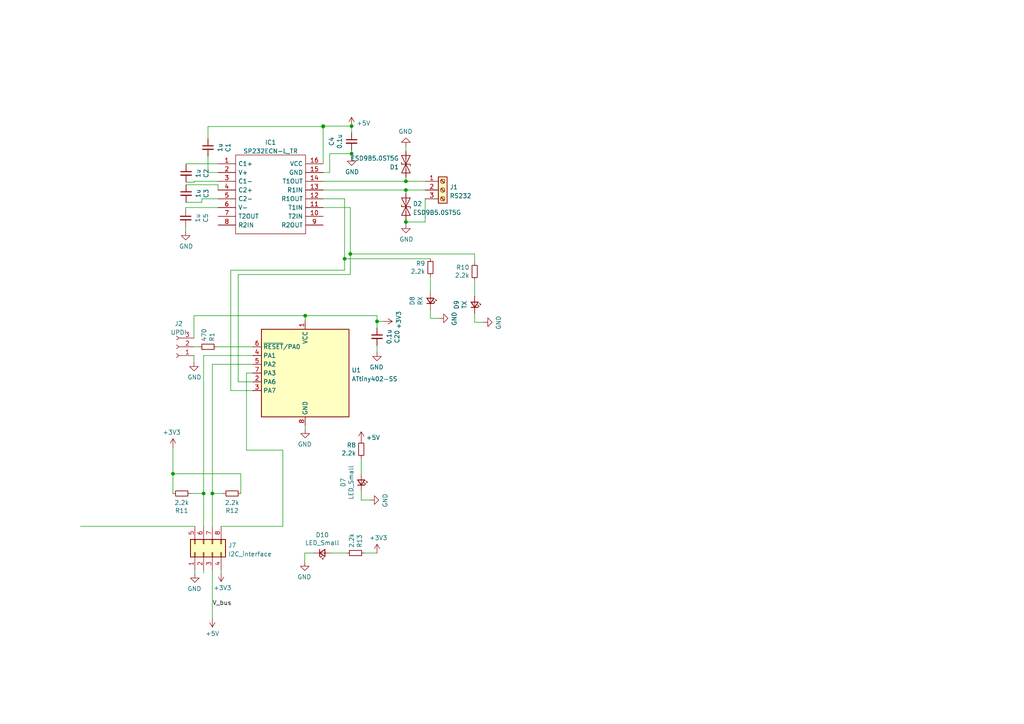
<source format=kicad_sch>
(kicad_sch (version 20211123) (generator eeschema)
  (paper "A4")
  (lib_symbols
    (symbol "Connector:Conn_01x03_Female" (pin_names (offset 1.016) hide)
      (property "Reference" "J" (at 0 5.08 0))
      (property "Value" "Conn_01x03_Female" (at 0 -5.08 0))
      (symbol "Conn_01x03_Female_1_1"
        (arc (start 0 -2.032) (mid -0.508 -2.54) (end 0 -3.048) (stroke (width 0.1524)))
        (polyline (pts (xy -1.27 -2.54) (xy -0.508 -2.54)) (stroke (width 0.1524)))
        (polyline (pts (xy -1.27 0) (xy -0.508 0)) (stroke (width 0.1524)))
        (polyline (pts (xy -1.27 2.54) (xy -0.508 2.54)) (stroke (width 0.1524)))
        (arc (start 0 0.508) (mid -0.508 0) (end 0 -0.508) (stroke (width 0.1524)))
        (arc (start 0 3.048) (mid -0.508 2.54) (end 0 2.032) (stroke (width 0.1524)))
        (pin passive line (at -5.08 2.54 0) (length 3.81) (name "Pin_1") (number "1"))
        (pin passive line (at -5.08 0 0) (length 3.81) (name "Pin_2") (number "2"))
        (pin passive line (at -5.08 -2.54 0) (length 3.81) (name "Pin_3") (number "3"))
      )
    )
    (symbol "Connector:Screw_Terminal_01x03" (pin_names (offset 1.016) hide)
      (property "Reference" "J" (at 0 5.08 0))
      (property "Value" "Screw_Terminal_01x03" (at 0 -5.08 0))
      (symbol "Screw_Terminal_01x03_1_1"
        (rectangle (start -1.27 3.81) (end 1.27 -3.81) (stroke (width 0.254)) (fill (type background)))
        (circle (center 0 -2.54) (radius 0.635) (stroke (width 0.1524)))
        (polyline (pts (xy -0.5334 -2.2098) (xy 0.3302 -3.048)) (stroke (width 0.1524)))
        (polyline (pts (xy -0.5334 0.3302) (xy 0.3302 -0.508)) (stroke (width 0.1524)))
        (polyline (pts (xy -0.5334 2.8702) (xy 0.3302 2.032)) (stroke (width 0.1524)))
        (polyline (pts (xy -0.3556 -2.032) (xy 0.508 -2.8702)) (stroke (width 0.1524)))
        (polyline (pts (xy -0.3556 0.508) (xy 0.508 -0.3302)) (stroke (width 0.1524)))
        (polyline (pts (xy -0.3556 3.048) (xy 0.508 2.2098)) (stroke (width 0.1524)))
        (circle (center 0 0) (radius 0.635) (stroke (width 0.1524)))
        (circle (center 0 2.54) (radius 0.635) (stroke (width 0.1524)))
        (pin passive line (at -5.08 2.54 0) (length 3.81) (name "Pin_1") (number "1"))
        (pin passive line (at -5.08 0 0) (length 3.81) (name "Pin_2") (number "2"))
        (pin passive line (at -5.08 -2.54 0) (length 3.81) (name "Pin_3") (number "3"))
      )
    )
    (symbol "Connector_Generic:Conn_02x04_Top_Bottom" (pin_names (offset 1.016) hide)
      (property "Reference" "J" (at 1.27 5.08 0))
      (property "Value" "Conn_02x04_Top_Bottom" (at 1.27 -7.62 0))
      (symbol "Conn_02x04_Top_Bottom_1_1"
        (rectangle (start -1.27 -4.953) (end 0 -5.207) (stroke (width 0.1524)))
        (rectangle (start -1.27 -2.413) (end 0 -2.667) (stroke (width 0.1524)))
        (rectangle (start -1.27 0.127) (end 0 -0.127) (stroke (width 0.1524)))
        (rectangle (start -1.27 2.667) (end 0 2.413) (stroke (width 0.1524)))
        (rectangle (start -1.27 3.81) (end 3.81 -6.35) (stroke (width 0.254)) (fill (type background)))
        (rectangle (start 3.81 -4.953) (end 2.54 -5.207) (stroke (width 0.1524)))
        (rectangle (start 3.81 -2.413) (end 2.54 -2.667) (stroke (width 0.1524)))
        (rectangle (start 3.81 0.127) (end 2.54 -0.127) (stroke (width 0.1524)))
        (rectangle (start 3.81 2.667) (end 2.54 2.413) (stroke (width 0.1524)))
        (pin passive line (at -5.08 2.54 0) (length 3.81) (name "Pin_1") (number "1"))
        (pin passive line (at -5.08 0 0) (length 3.81) (name "Pin_2") (number "2"))
        (pin passive line (at -5.08 -2.54 0) (length 3.81) (name "Pin_3") (number "3"))
        (pin passive line (at -5.08 -5.08 0) (length 3.81) (name "Pin_4") (number "4"))
        (pin passive line (at 7.62 2.54 180) (length 3.81) (name "Pin_5") (number "5"))
        (pin passive line (at 7.62 0 180) (length 3.81) (name "Pin_6") (number "6"))
        (pin passive line (at 7.62 -2.54 180) (length 3.81) (name "Pin_7") (number "7"))
        (pin passive line (at 7.62 -5.08 180) (length 3.81) (name "Pin_8") (number "8"))
      )
    )
    (symbol "Device:C_Small" (pin_numbers hide) (pin_names (offset 0.254) hide)
      (property "Reference" "C" (at 0.254 1.778 0))
      (property "Value" "C_Small" (at 0.254 -2.032 0))
      (symbol "C_Small_0_1"
        (polyline (pts (xy -1.524 -0.508) (xy 1.524 -0.508)) (stroke (width 0.3302)))
        (polyline (pts (xy -1.524 0.508) (xy 1.524 0.508)) (stroke (width 0.3048)))
      )
      (symbol "C_Small_1_1"
        (pin passive line (at 0 2.54 270) (length 2.032) (name "~") (number "1"))
        (pin passive line (at 0 -2.54 90) (length 2.032) (name "~") (number "2"))
      )
    )
    (symbol "Device:LED_Small" (pin_numbers hide) (pin_names (offset 0.254) hide)
      (property "Reference" "D" (at -1.27 3.175 0))
      (property "Value" "LED_Small" (at -4.445 -2.54 0))
      (symbol "LED_Small_0_1"
        (polyline (pts (xy -0.762 -1.016) (xy -0.762 1.016)) (stroke (width 0.254)))
        (polyline (pts (xy 1.016 0) (xy -0.762 0)))
        (polyline (pts (xy 0.762 -1.016) (xy -0.762 0) (xy 0.762 1.016) (xy 0.762 -1.016)) (stroke (width 0.254)))
        (polyline (pts (xy 0 0.762) (xy -0.508 1.27) (xy -0.254 1.27) (xy -0.508 1.27) (xy -0.508 1.016)))
        (polyline (pts (xy 0.508 1.27) (xy 0 1.778) (xy 0.254 1.778) (xy 0 1.778) (xy 0 1.524)))
      )
      (symbol "LED_Small_1_1"
        (pin passive line (at -2.54 0 0) (length 1.778) (name "K") (number "1"))
        (pin passive line (at 2.54 0 180) (length 1.778) (name "A") (number "2"))
      )
    )
    (symbol "Device:R_Small" (pin_numbers hide) (pin_names (offset 0.254) hide)
      (property "Reference" "R" (at 0.762 0.508 0))
      (property "Value" "R_Small" (at 0.762 -1.016 0))
      (symbol "R_Small_0_1"
        (rectangle (start -0.762 1.778) (end 0.762 -1.778) (stroke (width 0.2032)))
      )
      (symbol "R_Small_1_1"
        (pin passive line (at 0 2.54 270) (length 0.762) (name "~") (number "1"))
        (pin passive line (at 0 -2.54 90) (length 0.762) (name "~") (number "2"))
      )
    )
    (symbol "Diode:ESD9B5.0ST5G" (pin_numbers hide) (pin_names (offset 1.016) hide)
      (property "Reference" "D" (at 0 2.54 0))
      (property "Value" "ESD9B5.0ST5G" (at 0 -2.54 0))
      (symbol "ESD9B5.0ST5G_0_1"
        (polyline (pts (xy 1.27 0) (xy -1.27 0)))
        (polyline (pts (xy -2.54 -1.27) (xy 0 0) (xy -2.54 1.27) (xy -2.54 -1.27)) (stroke (width 0.2032)))
        (polyline (pts (xy 0.508 1.27) (xy 0 1.27) (xy 0 -1.27) (xy -0.508 -1.27)) (stroke (width 0.2032)))
        (polyline (pts (xy 2.54 1.27) (xy 2.54 -1.27) (xy 0 0) (xy 2.54 1.27)) (stroke (width 0.2032)))
      )
      (symbol "ESD9B5.0ST5G_1_1"
        (pin passive line (at -3.81 0 0) (length 2.54) (name "A1") (number "1"))
        (pin passive line (at 3.81 0 180) (length 2.54) (name "A2") (number "2"))
      )
    )
    (symbol "MCU_Microchip_ATtiny:ATtiny402-SS"
      (property "Reference" "U" (at -12.7 13.97 0))
      (property "Value" "ATtiny402-SS" (at 2.54 -13.97 0))
      (symbol "ATtiny402-SS_0_1"
        (rectangle (start -12.7 -12.7) (end 12.7 12.7) (stroke (width 0.254)) (fill (type background)))
      )
      (symbol "ATtiny402-SS_1_1"
        (pin power_in line (at 0 15.24 270) (length 2.54) (name "VCC") (number "1"))
        (pin bidirectional line (at 15.24 -2.54 180) (length 2.54) (name "PA6") (number "2"))
        (pin bidirectional line (at 15.24 -5.08 180) (length 2.54) (name "PA7") (number "3"))
        (pin bidirectional line (at 15.24 5.08 180) (length 2.54) (name "PA1") (number "4"))
        (pin bidirectional line (at 15.24 2.54 180) (length 2.54) (name "PA2") (number "5"))
        (pin bidirectional line (at 15.24 7.62 180) (length 2.54) (name "~{RESET}/PA0") (number "6"))
        (pin bidirectional line (at 15.24 0 180) (length 2.54) (name "PA3") (number "7"))
        (pin power_in line (at 0 -15.24 90) (length 2.54) (name "GND") (number "8"))
      )
    )
    (symbol "SP232ECN-L_TR:SP232ECN-L_TR" (pin_names (offset 0.762))
      (property "Reference" "IC" (at 26.67 7.62 0))
      (property "Value" "SP232ECN-L_TR" (at 26.67 5.08 0))
      (symbol "SP232ECN-L_TR_0_0"
        (pin passive line (at 0 0 0) (length 5.08) (name "C1+") (number "1"))
        (pin passive line (at 30.48 -15.24 180) (length 5.08) (name "T2IN") (number "10"))
        (pin passive line (at 30.48 -12.7 180) (length 5.08) (name "T1IN") (number "11"))
        (pin passive line (at 30.48 -10.16 180) (length 5.08) (name "R1OUT") (number "12"))
        (pin passive line (at 30.48 -7.62 180) (length 5.08) (name "R1IN") (number "13"))
        (pin passive line (at 30.48 -5.08 180) (length 5.08) (name "T1OUT") (number "14"))
        (pin passive line (at 30.48 -2.54 180) (length 5.08) (name "GND") (number "15"))
        (pin passive line (at 30.48 0 180) (length 5.08) (name "VCC") (number "16"))
        (pin passive line (at 0 -2.54 0) (length 5.08) (name "V+") (number "2"))
        (pin passive line (at 0 -5.08 0) (length 5.08) (name "C1-") (number "3"))
        (pin passive line (at 0 -7.62 0) (length 5.08) (name "C2+") (number "4"))
        (pin passive line (at 0 -10.16 0) (length 5.08) (name "C2-") (number "5"))
        (pin passive line (at 0 -12.7 0) (length 5.08) (name "V-") (number "6"))
        (pin passive line (at 0 -15.24 0) (length 5.08) (name "T2OUT") (number "7"))
        (pin passive line (at 0 -17.78 0) (length 5.08) (name "R2IN") (number "8"))
        (pin passive line (at 30.48 -17.78 180) (length 5.08) (name "R2OUT") (number "9"))
      )
      (symbol "SP232ECN-L_TR_0_1"
        (polyline (pts (xy 5.08 2.54) (xy 25.4 2.54) (xy 25.4 -20.32) (xy 5.08 -20.32) (xy 5.08 2.54)) (stroke (width 0.1524)))
      )
    )
    (symbol "VNA-rescue:+3.3V-power" (power) (pin_names (offset 0))
      (property "Value" "+3.3V-power" (at 0 3.556 0))
      (symbol "+3.3V-power_0_1"
        (polyline (pts (xy -0.762 1.27) (xy 0 2.54)))
        (polyline (pts (xy 0 0) (xy 0 2.54)))
        (polyline (pts (xy 0 2.54) (xy 0.762 1.27)))
      )
      (symbol "+3.3V-power_1_1"
        (pin power_in line (at 0 0 90) (length 0) hide (name "+3V3") (number "1"))
      )
    )
    (symbol "power:+5V" (power) (pin_names (offset 0))
      (property "Value" "+5V" (at 0 3.556 0))
      (symbol "+5V_0_1"
        (polyline (pts (xy -0.762 1.27) (xy 0 2.54)))
        (polyline (pts (xy 0 0) (xy 0 2.54)))
        (polyline (pts (xy 0 2.54) (xy 0.762 1.27)))
      )
      (symbol "+5V_1_1"
        (pin power_in line (at 0 0 90) (length 0) hide (name "+5V") (number "1"))
      )
    )
    (symbol "power:GND" (power) (pin_names (offset 0))
      (property "Value" "GND" (at 0 -3.81 0))
      (symbol "GND_0_1"
        (polyline (pts (xy 0 0) (xy 0 -1.27) (xy 1.27 -1.27) (xy 0 -2.54) (xy -1.27 -1.27) (xy 0 -1.27)))
      )
      (symbol "GND_1_1"
        (pin power_in line (at 0 0 270) (length 0) hide (name "GND") (number "1"))
      )
    )
  )
  (junction (at 50.165 137.414))
  (junction (at 61.595 143.129))
  (junction (at 99.949 75.057))
  (junction (at 101.981 44.577))
  (junction (at 117.729 55.118))
  (junction (at 93.726 36.703))
  (junction (at 109.347 93.218))
  (junction (at 101.981 36.576))
  (junction (at 88.519 91.567))
  (junction (at 93.726 36.576))
  (junction (at 59.055 143.129))
  (junction (at 117.729 64.389))
  (junction (at 117.729 52.578))
  (junction (at 101.6 73.66))
  (wire (pts (xy 107.315 145.034) (xy 104.775 145.034)))
  (wire (pts (xy 63.246 53.594) (xy 63.246 55.118)))
  (wire (pts (xy 117.729 63.754) (xy 117.729 64.389)))
  (wire (pts (xy 111.252 93.218) (xy 109.347 93.218)))
  (wire (pts (xy 104.775 137.414) (xy 104.775 132.842)))
  (wire (pts (xy 88.392 160.401) (xy 90.932 160.401)))
  (wire (pts (xy 59.055 165.354) (xy 59.055 166.243)))
  (wire (pts (xy 50.165 137.414) (xy 50.165 129.794)))
  (wire (pts (xy 50.165 143.129) (xy 50.165 137.414)))
  (wire (pts (xy 117.729 51.435) (xy 117.729 52.578)))
  (wire (pts (xy 95.631 50.038) (xy 95.631 44.577)))
  (wire (pts (xy 64.77 143.129) (xy 61.595 143.129)))
  (wire (pts (xy 117.729 52.578) (xy 123.317 52.578)))
  (wire (pts (xy 82.042 152.654) (xy 64.135 152.654)))
  (wire (pts (xy 69.85 143.129) (xy 69.85 137.414)))
  (wire (pts (xy 63.246 60.198) (xy 53.848 60.198)))
  (wire (pts (xy 93.726 47.498) (xy 93.726 36.703)))
  (wire (pts (xy 53.975 47.498) (xy 53.975 47.752)))
  (wire (pts (xy 93.726 57.658) (xy 99.949 57.658)))
  (wire (pts (xy 93.726 36.576) (xy 93.726 36.703)))
  (wire (pts (xy 53.848 65.786) (xy 53.848 67.056)))
  (wire (pts (xy 56.261 98.044) (xy 56.261 91.567)))
  (wire (pts (xy 82.042 130.556) (xy 71.501 130.556)))
  (wire (pts (xy 58.547 58.674) (xy 58.547 57.658)))
  (wire (pts (xy 59.055 143.129) (xy 59.055 103.124)))
  (wire (pts (xy 93.726 36.576) (xy 101.981 36.576)))
  (wire (pts (xy 66.929 78.359) (xy 66.929 113.284)))
  (wire (pts (xy 71.501 130.556) (xy 71.501 108.204)))
  (wire (pts (xy 64.135 165.354) (xy 64.135 166.116)))
  (wire (pts (xy 124.841 92.329) (xy 124.841 89.789)))
  (wire (pts (xy 93.726 55.118) (xy 117.729 55.118)))
  (wire (pts (xy 61.595 143.129) (xy 61.595 105.664)))
  (wire (pts (xy 101.981 44.577) (xy 101.981 45.466)))
  (wire (pts (xy 123.317 57.658) (xy 123.317 64.389)))
  (wire (pts (xy 60.325 50.038) (xy 60.325 45.339)))
  (wire (pts (xy 93.726 52.578) (xy 117.729 52.578)))
  (wire (pts (xy 58.547 57.658) (xy 63.246 57.658)))
  (wire (pts (xy 53.975 53.594) (xy 63.246 53.594)))
  (wire (pts (xy 109.347 91.567) (xy 88.519 91.567)))
  (wire (pts (xy 56.388 52.578) (xy 56.388 52.832)))
  (wire (pts (xy 61.595 105.664) (xy 73.279 105.664)))
  (wire (pts (xy 59.055 143.129) (xy 59.055 152.654)))
  (wire (pts (xy 101.6 73.66) (xy 101.6 79.629)))
  (wire (pts (xy 101.6 73.66) (xy 137.668 73.66)))
  (wire (pts (xy 62.865 100.584) (xy 73.279 100.584)))
  (wire (pts (xy 82.042 152.654) (xy 82.042 130.556)))
  (wire (pts (xy 60.325 36.703) (xy 60.325 40.259)))
  (wire (pts (xy 117.729 43.815) (xy 117.729 42.545)))
  (wire (pts (xy 95.631 44.577) (xy 101.981 44.577)))
  (wire (pts (xy 61.595 143.129) (xy 61.595 152.654)))
  (wire (pts (xy 23.368 152.654) (xy 56.515 152.654)))
  (wire (pts (xy 104.775 145.034) (xy 104.775 142.494)))
  (wire (pts (xy 127.381 92.329) (xy 124.841 92.329)))
  (wire (pts (xy 101.6 60.198) (xy 101.6 73.66)))
  (wire (pts (xy 59.055 103.124) (xy 73.279 103.124)))
  (wire (pts (xy 101.981 38.481) (xy 101.981 36.576)))
  (wire (pts (xy 56.388 52.832) (xy 53.975 52.832)))
  (wire (pts (xy 53.975 58.674) (xy 58.547 58.674)))
  (wire (pts (xy 93.726 36.703) (xy 60.325 36.703)))
  (wire (pts (xy 101.6 79.629) (xy 69.088 79.629)))
  (wire (pts (xy 99.949 75.057) (xy 99.949 78.359)))
  (wire (pts (xy 56.261 103.124) (xy 56.261 105.029)))
  (wire (pts (xy 88.519 91.567) (xy 88.519 92.964)))
  (wire (pts (xy 93.726 60.198) (xy 101.6 60.198)))
  (wire (pts (xy 61.595 165.354) (xy 61.595 179.324)))
  (wire (pts (xy 99.949 75.057) (xy 124.841 75.057)))
  (wire (pts (xy 137.668 76.2) (xy 137.668 73.66)))
  (wire (pts (xy 69.088 110.744) (xy 73.279 110.744)))
  (wire (pts (xy 69.85 137.414) (xy 50.165 137.414)))
  (wire (pts (xy 109.347 93.218) (xy 109.347 91.567)))
  (wire (pts (xy 109.347 95.123) (xy 109.347 93.218)))
  (wire (pts (xy 117.729 55.118) (xy 123.317 55.118)))
  (wire (pts (xy 117.729 55.118) (xy 117.729 56.134)))
  (wire (pts (xy 140.208 93.472) (xy 137.668 93.472)))
  (wire (pts (xy 109.347 100.203) (xy 109.347 102.108)))
  (wire (pts (xy 88.392 162.941) (xy 88.392 160.401)))
  (wire (pts (xy 93.726 50.038) (xy 95.631 50.038)))
  (wire (pts (xy 69.088 79.629) (xy 69.088 110.744)))
  (wire (pts (xy 63.246 50.038) (xy 60.325 50.038)))
  (wire (pts (xy 53.848 60.198) (xy 53.848 60.706)))
  (wire (pts (xy 56.261 91.567) (xy 88.519 91.567)))
  (wire (pts (xy 63.246 52.578) (xy 56.388 52.578)))
  (wire (pts (xy 66.929 113.284) (xy 73.279 113.284)))
  (wire (pts (xy 88.519 123.444) (xy 88.519 124.46)))
  (wire (pts (xy 137.668 93.472) (xy 137.668 90.932)))
  (wire (pts (xy 56.515 165.354) (xy 56.515 166.37)))
  (wire (pts (xy 123.317 64.389) (xy 117.729 64.389)))
  (wire (pts (xy 56.261 100.584) (xy 57.785 100.584)))
  (wire (pts (xy 99.949 57.658) (xy 99.949 75.057)))
  (wire (pts (xy 137.668 85.852) (xy 137.668 81.28)))
  (wire (pts (xy 101.981 43.561) (xy 101.981 44.577)))
  (wire (pts (xy 117.729 64.389) (xy 117.729 65.024)))
  (wire (pts (xy 105.664 160.401) (xy 109.347 160.401)))
  (wire (pts (xy 71.501 108.204) (xy 73.279 108.204)))
  (wire (pts (xy 96.012 160.401) (xy 100.584 160.401)))
  (wire (pts (xy 63.246 47.498) (xy 53.975 47.498)))
  (wire (pts (xy 55.245 143.129) (xy 59.055 143.129)))
  (wire (pts (xy 99.949 78.359) (xy 66.929 78.359)))
  (wire (pts (xy 124.841 84.709) (xy 124.841 80.137)))
  (label "V_bus" (at 61.595 175.895 0))
  (symbol (lib_id "power:GND") (at 101.981 45.466 0) (unit 1)
    (property "Reference" "#PWR010" (effects hide))
    (property "Value" "GND" (at 102.108 49.8602 0))
  )
  (symbol (lib_id "Device:C_Small") (at 101.981 41.021 0) (unit 1)
    (property "Reference" "C4" (at 96.1644 41.021 90))
    (property "Value" "0.1u" (at 98.4758 41.021 90))
    (property "Footprint" "Capacitor_SMD:C_0805_2012Metric_Pad1.18x1.45mm_HandSolder" (effects hide))
  )
  (symbol (lib_id "power:GND") (at 109.347 102.108 0) (mirror y) (unit 1)
    (property "Reference" "#PWR040" (effects hide))
    (property "Value" "GND" (at 109.22 106.5022 0))
  )
  (symbol (lib_id "Device:C_Small") (at 109.347 97.663 0) (mirror y) (unit 1)
    (property "Reference" "C20" (at 115.1636 97.663 90))
    (property "Value" "0.1u" (at 112.8522 97.663 90))
    (property "Footprint" "Capacitor_SMD:C_0805_2012Metric_Pad1.18x1.45mm_HandSolder" (effects hide))
  )
  (symbol (lib_id "VNA-rescue:+3.3V-power") (at 111.252 93.218 270) (mirror x) (unit 1)
    (property "Reference" "#PWR041" (effects hide))
    (property "Value" "+3.3V" (at 115.6462 92.837 0))
  )
  (symbol (lib_id "power:GND") (at 56.261 105.029 0) (unit 1)
    (property "Reference" "#PWR036" (effects hide))
    (property "Value" "GND" (at 56.388 109.4232 0))
  )
  (symbol (lib_id "Device:LED_Small") (at 93.472 160.401 0) (mirror x) (unit 1)
    (property "Reference" "D10" (at 93.472 155.1432 0))
    (property "Value" "LED_Small" (at 93.472 157.4546 0))
    (property "Footprint" "LED_SMD:LED_0603_1608Metric_Pad1.05x0.95mm_HandSolder" (effects hide))
  )
  (symbol (lib_id "Device:R_Small") (at 103.124 160.401 270) (mirror x) (unit 1)
    (property "Reference" "R13" (at 104.2924 158.9024 0) (effects (justify left)))
    (property "Value" "2.2k" (at 101.981 158.9024 0) (effects (justify left)))
    (property "Footprint" "Resistor_SMD:R_0805_2012Metric_Pad1.20x1.40mm_HandSolder" (effects hide))
  )
  (symbol (lib_id "power:GND") (at 88.392 162.941 0) (mirror y) (unit 1)
    (property "Reference" "#PWR047" (effects hide))
    (property "Value" "GND" (at 88.265 167.3352 0))
  )
  (symbol (lib_id "Device:R_Small") (at 52.705 143.129 90) (unit 1)
    (property "Reference" "R11" (at 52.705 148.1074 90))
    (property "Value" "2.2k" (at 52.705 145.796 90))
    (property "Footprint" "Resistor_SMD:R_0805_2012Metric_Pad1.20x1.40mm_HandSolder" (effects hide))
  )
  (symbol (lib_id "Device:R_Small") (at 67.31 143.129 90) (unit 1)
    (property "Reference" "R12" (at 67.31 148.1074 90))
    (property "Value" "2.2k" (at 67.31 145.796 90))
    (property "Footprint" "Resistor_SMD:R_0805_2012Metric_Pad1.20x1.40mm_HandSolder" (effects hide))
  )
  (symbol (lib_id "VNA-rescue:+3.3V-power") (at 50.165 129.794 0) (mirror y) (unit 1)
    (property "Reference" "#PWR037" (effects hide))
    (property "Value" "+3.3V" (at 49.784 125.3998 0))
  )
  (symbol (lib_id "power:+5V") (at 101.981 36.576 0) (unit 1)
    (property "Reference" "#PWR01" (effects hide))
    (property "Value" "+5V" (at 103.378 35.7398 0) (effects (justify left)))
  )
  (symbol (lib_id "Device:LED_Small") (at 104.775 139.954 270) (mirror x) (unit 1)
    (property "Reference" "D7" (at 99.5172 139.954 0))
    (property "Value" "LED_Small" (at 101.8286 139.954 0))
    (property "Footprint" "LED_SMD:LED_0603_1608Metric_Pad1.05x0.95mm_HandSolder" (effects hide))
  )
  (symbol (lib_id "Device:C_Small") (at 53.975 56.134 0) (mirror y) (unit 1)
    (property "Reference" "C3" (at 59.7916 56.134 90))
    (property "Value" "1u" (at 57.4802 56.134 90))
    (property "Footprint" "Capacitor_SMD:C_0805_2012Metric_Pad1.18x1.45mm_HandSolder" (effects hide))
  )
  (symbol (lib_id "power:GND") (at 117.729 42.545 180) (unit 1)
    (property "Reference" "#PWR02" (effects hide))
    (property "Value" "GND" (at 117.602 38.1508 0))
  )
  (symbol (lib_id "Device:C_Small") (at 60.325 42.799 0) (mirror y) (unit 1)
    (property "Reference" "C1" (at 66.1416 42.799 90))
    (property "Value" "1u" (at 63.8302 42.799 90))
    (property "Footprint" "Capacitor_SMD:C_0805_2012Metric_Pad1.18x1.45mm_HandSolder" (effects hide))
  )
  (symbol (lib_id "power:GND") (at 140.208 93.472 90) (mirror x) (unit 1)
    (property "Reference" "#PWR045" (effects hide))
    (property "Value" "GND" (at 144.6022 93.599 0))
  )
  (symbol (lib_id "power:+5V") (at 104.775 127.762 0) (unit 1)
    (property "Reference" "#PWR05" (effects hide))
    (property "Value" "+5V" (at 106.172 126.9258 0) (effects (justify left)))
  )
  (symbol (lib_id "Device:LED_Small") (at 124.841 87.249 270) (mirror x) (unit 1)
    (property "Reference" "D8" (at 119.5832 87.249 0))
    (property "Value" "RX" (at 121.8946 87.249 0))
    (property "Footprint" "LED_SMD:LED_0603_1608Metric_Pad1.05x0.95mm_HandSolder" (effects hide))
  )
  (symbol (lib_id "power:+5V") (at 61.595 179.324 180) (unit 1)
    (property "Reference" "#PWR050" (effects hide))
    (property "Value" "+5V" (at 61.595 183.7674 0))
  )
  (symbol (lib_id "Device:R_Small") (at 104.775 130.302 0) (mirror y) (unit 1)
    (property "Reference" "R8" (at 103.2764 129.1336 0) (effects (justify left)))
    (property "Value" "2.2k" (at 103.2764 131.445 0) (effects (justify left)))
    (property "Footprint" "Resistor_SMD:R_0805_2012Metric_Pad1.20x1.40mm_HandSolder" (effects hide))
  )
  (symbol (lib_id "Device:LED_Small") (at 137.668 88.392 270) (mirror x) (unit 1)
    (property "Reference" "D9" (at 132.4102 88.392 0))
    (property "Value" "TX" (at 134.7216 88.392 0))
    (property "Footprint" "LED_SMD:LED_0603_1608Metric_Pad1.05x0.95mm_HandSolder" (effects hide))
  )
  (symbol (lib_id "Device:R_Small") (at 60.325 100.584 270) (mirror x) (unit 1)
    (property "Reference" "R1" (at 61.4934 99.0854 0) (effects (justify left)))
    (property "Value" "470" (at 59.182 99.0854 0) (effects (justify left)))
    (property "Footprint" "Resistor_SMD:R_0805_2012Metric_Pad1.20x1.40mm_HandSolder" (effects hide))
  )
  (symbol (lib_id "Connector:Screw_Terminal_01x03") (at 128.397 55.118 0) (unit 1)
    (property "Reference" "J1" (at 130.429 54.2833 0) (effects (justify left)))
    (property "Value" "RS232" (at 130.429 56.8202 0) (effects (justify left)))
    (property "Footprint" "TerminalBlock_4Ucon:TerminalBlock_4Ucon_1x03_P3.50mm_Horizontal" (effects hide))
  )
  (symbol (lib_id "Device:C_Small") (at 53.848 63.246 0) (mirror y) (unit 1)
    (property "Reference" "C5" (at 59.6646 63.246 90))
    (property "Value" "1u" (at 57.3532 63.246 90))
    (property "Footprint" "Capacitor_SMD:C_0805_2012Metric_Pad1.18x1.45mm_HandSolder" (effects hide))
  )
  (symbol (lib_id "power:GND") (at 53.848 67.056 0) (unit 1)
    (property "Reference" "#PWR04" (effects hide))
    (property "Value" "GND" (at 53.975 71.4502 0))
  )
  (symbol (lib_id "VNA-rescue:+3.3V-power") (at 109.347 160.401 0) (unit 1)
    (property "Reference" "#PWR046" (effects hide))
    (property "Value" "+3.3V" (at 109.728 156.0068 0))
  )
  (symbol (lib_id "Device:C_Small") (at 53.975 50.292 0) (mirror y) (unit 1)
    (property "Reference" "C2" (at 59.7916 50.292 90))
    (property "Value" "1u" (at 57.4802 50.292 90))
    (property "Footprint" "Capacitor_SMD:C_0805_2012Metric_Pad1.18x1.45mm_HandSolder" (effects hide))
  )
  (symbol (lib_id "Connector:Conn_01x03_Female") (at 51.181 100.584 180) (unit 1)
    (property "Reference" "J2" (at 51.816 93.887 0))
    (property "Value" "UPDI" (at 51.816 96.4239 0))
    (property "Footprint" "Connector_PinHeader_2.54mm:PinHeader_1x03_P2.54mm_Vertical" (effects hide))
  )
  (symbol (lib_id "Diode:ESD9B5.0ST5G") (at 117.729 59.944 90) (unit 1)
    (property "Reference" "D2" (at 119.7356 59.1093 90) (effects (justify right)))
    (property "Value" "ESD9B5.0ST5G" (at 119.7356 61.6462 90) (effects (justify right)))
    (property "Footprint" "Diode_SMD:D_0603_1608Metric_Pad1.05x0.95mm_HandSolder" (effects hide))
    (property "Datasheet" "https://www.onsemi.com/pub/Collateral/ESD9B-D.PDF" (effects hide))
  )
  (symbol (lib_id "SP232ECN-L_TR:SP232ECN-L_TR") (at 63.246 47.498 0) (unit 1)
    (property "Reference" "IC1" (at 78.486 41.309 0))
    (property "Value" "SP232ECN-L_TR" (at 78.486 43.8459 0))
    (property "Footprint" "SP232ECN-L_TR:SOIC127P600X175-16N" (effects hide))
    (property "Datasheet" "https://www.arrow.com/en/products/sp232ecn-ltr/maxlinear-inc?region=nac" (effects hide))
    (property "Description" "RS-232 Interface IC +/-15KV 5V SNGL SUPP RS-232 0-70C" (effects hide))
    (property "Height" "1.75" (effects hide))
    (property "Manufacturer_Name" "MaxLinear, Inc." (effects hide))
    (property "Manufacturer_Part_Number" "SP232ECN-L/TR" (effects hide))
    (property "Mouser Part Number" "701-SP232ECN-L/TR" (effects hide))
    (property "Mouser Price/Stock" "https://www.mouser.co.uk/ProductDetail/MaxLinear/SP232ECN-L-TR?qs=a3wFtYXMiz0coEg7paKRpQ%3D%3D" (effects hide))
    (property "Arrow Part Number" "SP232ECN-L/TR" (effects hide))
    (property "Arrow Price/Stock" "https://www.arrow.com/en/products/sp232ecn-ltr/maxlinear-inc?region=nac" (effects hide))
  )
  (symbol (lib_id "Device:R_Small") (at 137.668 78.74 0) (mirror y) (unit 1)
    (property "Reference" "R10" (at 136.1694 77.5716 0) (effects (justify left)))
    (property "Value" "2.2k" (at 136.1694 79.883 0) (effects (justify left)))
    (property "Footprint" "Resistor_SMD:R_0805_2012Metric_Pad1.20x1.40mm_HandSolder" (effects hide))
  )
  (symbol (lib_id "MCU_Microchip_ATtiny:ATtiny402-SS") (at 88.519 108.204 0) (mirror y) (unit 1)
    (property "Reference" "U1" (at 101.981 107.3693 0) (effects (justify right)))
    (property "Value" "ATtiny402-SS" (at 101.981 109.9062 0) (effects (justify right)))
    (property "Footprint" "Package_SO:SOIC-8_3.9x4.9mm_P1.27mm" (effects hide))
    (property "Datasheet" "http://ww1.microchip.com/downloads/en/DeviceDoc/ATtiny202-402-AVR-MCU-with-Core-Independent-Peripherals_and-picoPower-40001969A.pdf" (effects hide))
  )
  (symbol (lib_id "power:GND") (at 88.519 124.46 0) (mirror y) (unit 1)
    (property "Reference" "#PWR?" (effects hide))
    (property "Value" "GND" (at 88.392 128.8542 0))
  )
  (symbol (lib_id "VNA-rescue:+3.3V-power") (at 64.135 166.116 0) (mirror x) (unit 1)
    (property "Reference" "#PWR048" (effects hide))
    (property "Value" "+3.3V" (at 64.516 170.5102 0))
  )
  (symbol (lib_id "Connector_Generic:Conn_02x04_Top_Bottom") (at 59.055 160.274 90) (unit 1)
    (property "Reference" "J7" (at 66.167 158.1693 90) (effects (justify right)))
    (property "Value" "I2C_interface" (at 66.167 160.7062 90) (effects (justify right)))
    (property "Footprint" "my_modules:connector_pcb" (effects hide))
  )
  (symbol (lib_id "Device:R_Small") (at 124.841 77.597 0) (mirror y) (unit 1)
    (property "Reference" "R9" (at 123.3424 76.4286 0) (effects (justify left)))
    (property "Value" "2.2k" (at 123.3424 78.74 0) (effects (justify left)))
    (property "Footprint" "Resistor_SMD:R_0805_2012Metric_Pad1.20x1.40mm_HandSolder" (effects hide))
  )
  (symbol (lib_id "Diode:ESD9B5.0ST5G") (at 117.729 47.625 270) (unit 1)
    (property "Reference" "D1" (at 115.7224 48.4597 90) (effects (justify right)))
    (property "Value" "ESD9B5.0ST5G" (at 115.7224 45.9228 90) (effects (justify right)))
    (property "Footprint" "Diode_SMD:D_0603_1608Metric_Pad1.05x0.95mm_HandSolder" (effects hide))
    (property "Datasheet" "https://www.onsemi.com/pub/Collateral/ESD9B-D.PDF" (effects hide))
  )
  (symbol (lib_id "power:GND") (at 56.515 166.37 0) (mirror y) (unit 1)
    (property "Reference" "#PWR049" (effects hide))
    (property "Value" "GND" (at 56.388 170.7642 0))
  )
  (symbol (lib_id "power:GND") (at 107.315 145.034 90) (mirror x) (unit 1)
    (property "Reference" "#PWR043" (effects hide))
    (property "Value" "GND" (at 111.7092 145.161 0))
  )
  (symbol (lib_id "power:GND") (at 117.729 65.024 0) (unit 1)
    (property "Reference" "#PWR03" (effects hide))
    (property "Value" "GND" (at 117.856 69.4182 0))
  )
  (symbol (lib_id "power:GND") (at 127.381 92.329 90) (mirror x) (unit 1)
    (property "Reference" "#PWR044" (effects hide))
    (property "Value" "GND" (at 131.7752 92.456 0))
  )
)
</source>
